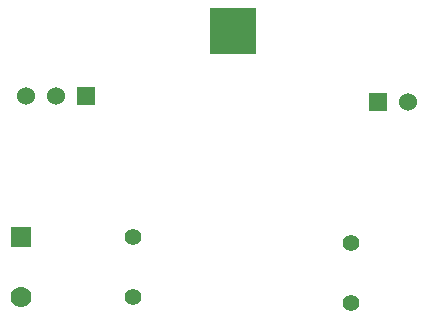
<source format=gbs>
%FSLAX34Y34*%
G04 Gerber Fmt 3.4, Leading zero omitted, Abs format*
G04 (created by PCBNEW (2014-02-26 BZR 4721)-product) date Monday, 26 January 2015 19:07:00*
%MOIN*%
G01*
G70*
G90*
G04 APERTURE LIST*
%ADD10C,0.005906*%
%ADD11C,0.055000*%
%ADD12R,0.060000X0.060000*%
%ADD13C,0.060000*%
%ADD14R,0.070000X0.070000*%
%ADD15C,0.070000*%
%ADD16R,0.157480X0.157480*%
G04 APERTURE END LIST*
G54D10*
G54D11*
X68503Y-48606D03*
X68503Y-50606D03*
X75787Y-48803D03*
X75787Y-50803D03*
G54D12*
X76665Y-44094D03*
G54D13*
X77665Y-44094D03*
G54D14*
X64763Y-48606D03*
G54D15*
X64763Y-50606D03*
G54D12*
X66944Y-43897D03*
G54D13*
X65944Y-43897D03*
X64944Y-43897D03*
G54D16*
X71850Y-41732D03*
M02*

</source>
